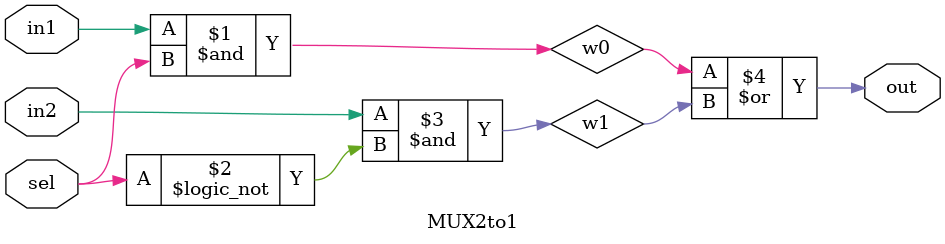
<source format=v>
module MUX2to1(input in1, 
               input in2,
               input sel,
               output out);

wire w0, w1;

assign w0 = in1 & sel;
assign w1 = in2 & (!sel);
assign out = w0 | w1;

endmodule

</source>
